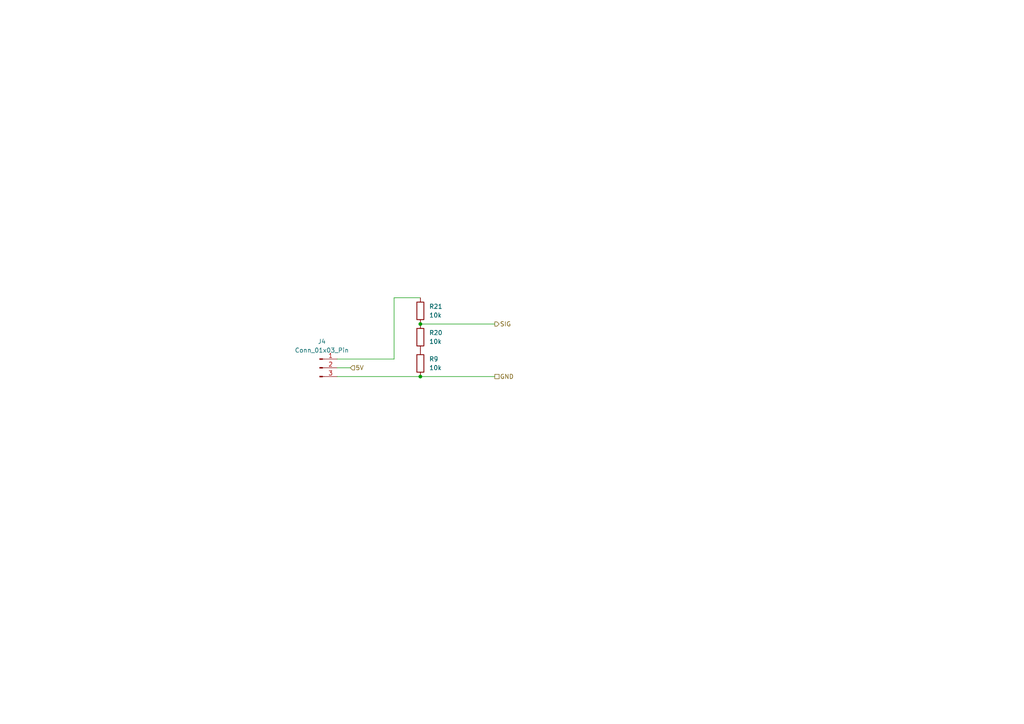
<source format=kicad_sch>
(kicad_sch (version 20250114) (generator "eeschema") (generator_version "9.0")
  (paper "A4")
  (lib_symbols
    (symbol "Connector:Conn_01x03_Pin" (pin_names (offset 1.016) (hide yes))
      (property "Reference" "J" (at 0 5.08 0))
      (property "Value" "Conn_01x03_Pin" (at 0 -5.08 0))
      (symbol "Conn_01x03_Pin_1_1"
        (rectangle (start 0.8636 2.667) (end 0 2.413) (stroke (width 0.1524)) (fill (type outline)))
        (rectangle (start 0.8636 0.127) (end 0 -0.127) (stroke (width 0.1524)) (fill (type outline)))
        (rectangle (start 0.8636 -2.413) (end 0 -2.667) (stroke (width 0.1524)) (fill (type outline)))
        (polyline (pts (xy 1.27 2.54) (xy 0.8636 2.54)) (stroke (width 0.1524)))
        (polyline (pts (xy 1.27 0) (xy 0.8636 0)) (stroke (width 0.1524)))
        (polyline (pts (xy 1.27 -2.54) (xy 0.8636 -2.54)) (stroke (width 0.1524)))
        (pin passive line (at 5.08 2.54 180) (length 3.81) (name "Pin_1") (number "1"))
        (pin passive line (at 5.08 0 180) (length 3.81) (name "Pin_2") (number "2"))
        (pin passive line (at 5.08 -2.54 180) (length 3.81) (name "Pin_3") (number "3"))
      )
    )
    (symbol "Device:R" (pin_numbers (hide yes)) (pin_names (offset 0))
      (property "Reference" "R" (at 2.032 0 90))
      (property "Value" "R" (at 0 0 90))
      (symbol "R_0_1"
        (rectangle (start -1.016 -2.54) (end 1.016 2.54) (stroke (width 0.254)))
      )
      (symbol "R_1_1"
        (pin passive line (at 0 3.81 270) (length 1.27) (name "~") (number "1"))
        (pin passive line (at 0 -3.81 90) (length 1.27) (name "~") (number "2"))
      )
    )
  )
  (junction (at 121.92 93.98))
  (junction (at 121.92 109.22))
  (wire (pts (xy 114.3 86.36) (xy 114.3 104.14)))
  (wire (pts (xy 97.79 106.68) (xy 101.6 106.68)))
  (wire (pts (xy 121.92 93.98) (xy 143.51 93.98)))
  (wire (pts (xy 97.79 104.14) (xy 114.3 104.14)))
  (wire (pts (xy 97.79 109.22) (xy 121.92 109.22)))
  (wire (pts (xy 114.3 86.36) (xy 121.92 86.36)))
  (wire (pts (xy 121.92 109.22) (xy 143.51 109.22)))
  (hierarchical_label "GND" (shape passive) (at 143.51 109.22 0))
  (hierarchical_label "SIG" (shape output) (at 143.51 93.98 0))
  (hierarchical_label "5V" (shape input) (at 101.6 106.68 0))
  (symbol (lib_id "Connector:Conn_01x03_Pin") (at 92.71 106.68 0) (unit 1)
    (property "Reference" "J4" (at 93.345 99.06 0))
    (property "Value" "Conn_01x03_Pin" (at 93.345 101.6 0))
    (property "Footprint" "Connector_PinHeader_2.54mm:PinHeader_1x03_P2.54mm_Vertical" (effects (hide yes)))
    (property "Description" "Generic connector, single row, 01x03, script generated" (effects (hide yes)))
  )
  (symbol (lib_id "Device:R") (at 121.92 97.79 0) (unit 1)
    (property "Reference" "R20" (at 124.46 96.5199 0) (effects (justify left)))
    (property "Value" "10k" (at 124.46 99.0599 0) (effects (justify left)))
    (property "Footprint" "Resistor_THT:R_Axial_DIN0207_L6.3mm_D2.5mm_P7.62mm_Horizontal" (effects (hide yes)))
    (property "Description" "Resistor" (effects (hide yes)))
  )
  (symbol (lib_id "Device:R") (at 121.92 90.17 0) (unit 1)
    (property "Reference" "R21" (at 124.46 88.8999 0) (effects (justify left)))
    (property "Value" "10k" (at 124.46 91.4399 0) (effects (justify left)))
    (property "Footprint" "Resistor_THT:R_Axial_DIN0207_L6.3mm_D2.5mm_P7.62mm_Horizontal" (effects (hide yes)))
    (property "Description" "Resistor" (effects (hide yes)))
  )
  (symbol (lib_id "Device:R") (at 121.92 105.41 0) (unit 1)
    (property "Reference" "R9" (at 124.46 104.1399 0) (effects (justify left)))
    (property "Value" "10k" (at 124.46 106.6799 0) (effects (justify left)))
    (property "Footprint" "Resistor_THT:R_Axial_DIN0207_L6.3mm_D2.5mm_P7.62mm_Horizontal" (effects (hide yes)))
    (property "Description" "Resistor" (effects (hide yes)))
  )
)
</source>
